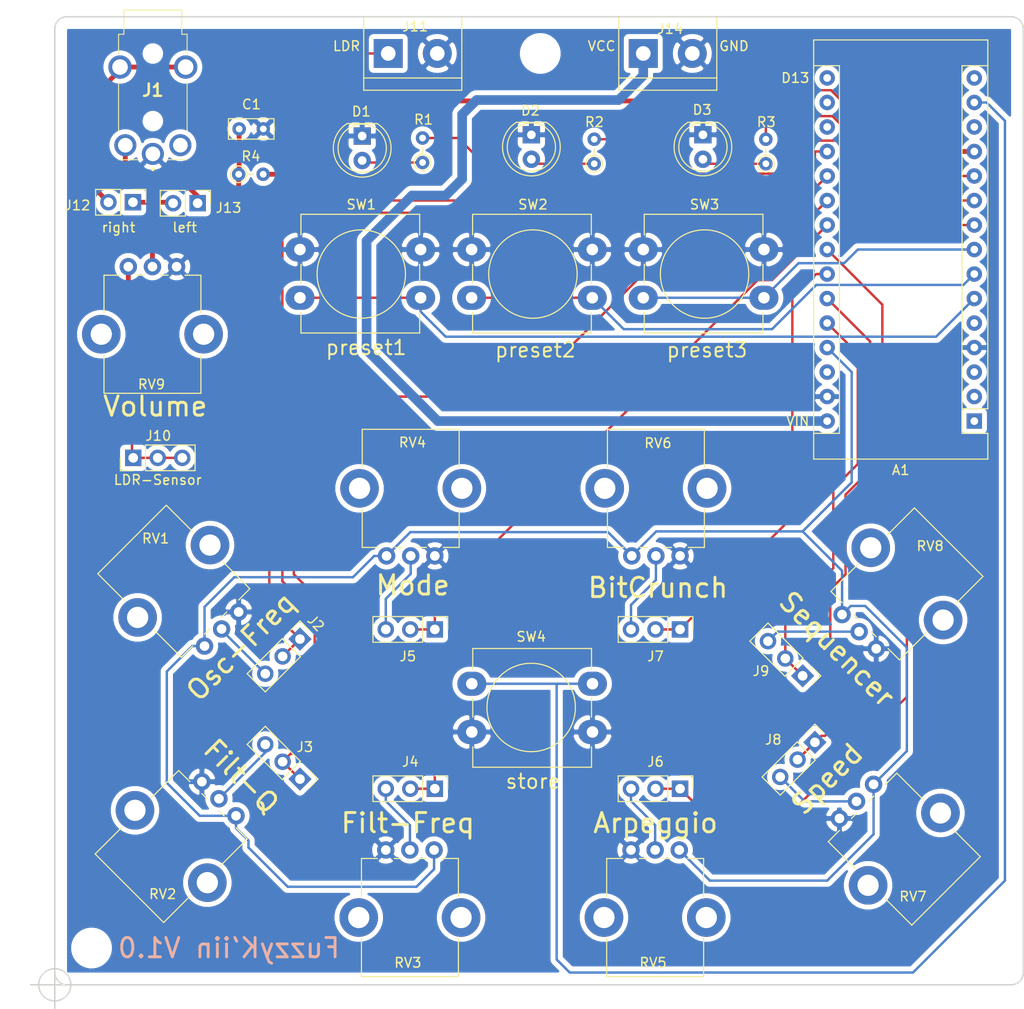
<source format=kicad_pcb>
(kicad_pcb (version 20171130) (host pcbnew "(5.1.6)-1")
  (title_block (title "ArduSynth - Kiin Synthesizer PCB"))
  (layers (0 F.Cu signal) (31 B.Cu signal) (34 B.Paste user) (35 F.Paste user) (36 B.SilkS user) (37 F.SilkS user) (38 B.Mask user) (39 F.Mask user) (44 Edge.Cuts user))
  (net 0 "")
  (net 1 "Net-(A1-Pad11)")
  (net 2 "Net-(D3-Pad2)")
  (net 3 "Net-(C1-Pad1)")
  (net 4 "Net-(A1-Pad12)")
  (net 5 "Net-(A1-Pad9)")
  (net 6 "Net-(D1-Pad2)")
  (net 7 "Net-(D2-Pad2)")
  (net 8 "Net-(A1-Pad10)")
  (net 9 GND)
  (net 10 "Net-(A1-Pad26)")
  (net 11 +5V)
  (net 12 "Net-(J1-PadR)")
  (net 13 "Net-(A1-Pad25)")
  (net 14 "Net-(A1-Pad24)")
  (net 15 "Net-(A1-Pad23)")
  (net 16 "Net-(A1-Pad22)")
  (net 17 "Net-(A1-Pad21)")
  (net 18 "Net-(A1-Pad19)")
  (net 19 "Net-(A1-Pad20)")
  (net 20 "Net-(A1-Pad16)")
  (net 21 "Net-(A1-Pad15)")
  (net 22 "Net-(A1-Pad30)")
  (net 23 "Net-(A1-Pad14)")
  (net 24 "Net-(A1-Pad13)")
  (net 25 "Net-(A1-Pad28)")
  (net 26 "Net-(A1-Pad8)")
  (net 27 "Net-(A1-Pad7)")
  (net 28 "Net-(A1-Pad6)")
  (net 29 "Net-(A1-Pad5)")
  (net 30 "Net-(A1-Pad3)")
  (net 31 "Net-(A1-Pad18)")
  (net 32 "Net-(A1-Pad2)")
  (net 33 "Net-(A1-Pad17)")
  (net 34 "Net-(A1-Pad1)")
  (net 35 "Net-(J1-PadS)")
  (net 36 "Net-(J2-Pad3)")
  (net 37 "Net-(J3-Pad3)")
  (net 38 "Net-(J4-Pad3)")
  (net 39 "Net-(J5-Pad3)")
  (net 40 "Net-(J6-Pad3)")
  (net 41 "Net-(J7-Pad3)")
  (net 42 "Net-(J8-Pad3)")
  (net 43 "Net-(J9-Pad3)")
  (net 44 "Net-(J10-Pad1)")
  (net 45 "Net-(J12-Pad1)")
  (net 46 "Net-(J1-PadT)")
  (module MountingHole:MountingHole_3.2mm_M3 (layer F.Cu) (at 62.992 77.47)
    (fp_text reference REF** hide)
    (fp_text value MountingHole_3.2mm_M3)
    (pad 1 np_thru_hole circle (at 0 0) (size 3.2 3.2) (drill 3.2) (layers *.Cu *.Mask))
  )
  (module MountingHole:MountingHole_3.2mm_M3 (layer F.Cu) (at 16.51 170.18)
    (fp_text reference REF** hide)
    (fp_text value MountingHole_3.2mm_M3)
    (pad 1 np_thru_hole circle (at 0 0) (size 3.2 3.2) (drill 3.2) (layers *.Cu *.Mask))
  )
  (module MountingHole:MountingHole_3.2mm_M3 (layer F.Cu) (at 109.22 170.18)
    (fp_text reference REF** hide)
    (fp_text value MountingHole_3.2mm_M3)
    (pad 1 np_thru_hole circle (at 0 0) (size 3.2 3.2) (drill 3.2) (layers *.Cu *.Mask))
  )
  (module Connector_PinHeader_2.54mm:PinHeader_1x02_P2.54mm_Vertical (layer F.Cu) (at 27.5 92.99 270)
    (fp_text reference J13 (at 0.482 -3.2) (layer F.SilkS))
    (fp_text value Conn_01x02_Male)
    (pad 2 thru_hole oval (at 0 2.54 270) (size 1.7 1.7) (drill 1) (layers *.Cu *.Mask) (net 45 "Net-(J12-Pad1)"))
    (pad 1 thru_hole rect (at 0 0 270) (size 1.7 1.7) (drill 1) (layers *.Cu *.Mask) (net 12 "Net-(J1-PadR)"))
  )
  (module Connector_PinHeader_2.54mm:PinHeader_1x02_P2.54mm_Vertical (layer F.Cu) (at 20.8 92.89 270)
    (fp_text reference J12 (at 0.328 5.75 180) (layer F.SilkS))
    (fp_text value Conn_01x02_Male)
    (pad 1 thru_hole rect (at 0 0 270) (size 1.7 1.7) (drill 1) (layers *.Cu *.Mask) (net 45 "Net-(J12-Pad1)"))
    (pad 2 thru_hole oval (at 0 2.54 270) (size 1.7 1.7) (drill 1) (layers *.Cu *.Mask) (net 46 "Net-(J1-PadT)"))
  )
  (module TerminalBlock:TerminalBlock_bornier-2_P5.08mm (layer F.Cu) (at 73.66 77.47)
    (fp_text reference J14 (at 2.794 -2.54) (layer F.SilkS))
    (fp_text value Screw_Terminal_01x02)
    (pad 2 thru_hole circle (at 5.08 0) (size 3 3) (drill 1.52) (layers *.Cu *.Mask) (net 9 GND))
    (pad 1 thru_hole rect (at 0 0) (size 3 3) (drill 1.52) (layers *.Cu *.Mask) (net 22 "Net-(A1-Pad30)"))
  )
  (module TerminalBlock:TerminalBlock_bornier-2_P5.08mm (layer F.Cu) (at 47.244 77.47)
    (fp_text reference J11 (at 2.794 -2.794) (layer F.SilkS))
    (fp_text value Screw_Terminal_01x02)
    (pad 2 thru_hole circle (at 5.08 0) (size 3 3) (drill 1.52) (layers *.Cu *.Mask) (net 9 GND))
    (pad 1 thru_hole rect (at 0 0) (size 3 3) (drill 1.52) (layers *.Cu *.Mask) (net 44 "Net-(J10-Pad1)"))
  )
  (module Connector_PinHeader_2.54mm:PinHeader_1x03_P2.54mm_Vertical (layer F.Cu) (at 20.828 119.38 90)
    (fp_text reference J10 (at 2.286 2.6 180) (layer F.SilkS))
    (fp_text value Conn_01x03_Male)
    (pad 3 thru_hole oval (at 0 5.08 90) (size 1.7 1.7) (drill 1) (layers *.Cu *.Mask) (net 44 "Net-(J10-Pad1)"))
    (pad 2 thru_hole oval (at 0 2.54 90) (size 1.7 1.7) (drill 1) (layers *.Cu *.Mask) (net 44 "Net-(J10-Pad1)"))
    (pad 1 thru_hole rect (at 0 0 90) (size 1.7 1.7) (drill 1) (layers *.Cu *.Mask) (net 44 "Net-(J10-Pad1)"))
  )
  (module test:Potentiometer_Alps_RK09K_Single_Vertical_modified (layer F.Cu) (at 31.75 135.35 135)
    (fp_text reference RV1 (at 11.462201 -0.700036 180) (layer F.SilkS))
    (fp_text value 100K)
    (pad "" np_thru_hole circle (at 7 2.8 135) (size 4 4) (drill 2.2) (layers *.Cu *.Mask))
    (pad "" np_thru_hole circle (at 7 -7.8 135) (size 4 4) (drill 2.2) (layers *.Cu *.Mask))
    (pad 1 thru_hole circle (at 0 0 135) (size 1.8 1.8) (drill 1) (layers *.Cu *.Mask) (net 9 GND))
    (pad 2 thru_hole circle (at 0 -2.5 135) (size 1.8 1.8) (drill 1) (layers *.Cu *.Mask) (net 36 "Net-(J2-Pad3)"))
    (pad 3 thru_hole circle (at 0 -5 135) (size 1.8 1.8) (drill 1) (layers *.Cu *.Mask) (net 11 +5V))
  )
  (module test:Potentiometer_Alps_RK09K_Single_Vertical_modified (layer F.Cu) (at 27.94 152.94 225)
    (fp_text reference RV2 (at 11.11289 -5.365526) (layer F.SilkS))
    (fp_text value 100K)
    (pad 3 thru_hole circle (at 0 -5 225) (size 1.8 1.8) (drill 1) (layers *.Cu *.Mask) (net 11 +5V))
    (pad 2 thru_hole circle (at 0 -2.5 225) (size 1.8 1.8) (drill 1) (layers *.Cu *.Mask) (net 37 "Net-(J3-Pad3)"))
    (pad 1 thru_hole circle (at 0 0 225) (size 1.8 1.8) (drill 1) (layers *.Cu *.Mask) (net 9 GND))
    (pad "" np_thru_hole circle (at 7 -7.8 225) (size 4 4) (drill 2.2) (layers *.Cu *.Mask))
    (pad "" np_thru_hole circle (at 7 2.8 225) (size 4 4) (drill 2.2) (layers *.Cu *.Mask))
  )
  (module test:Potentiometer_Alps_RK09K_Single_Vertical_modified (layer F.Cu) (at 46.99 160.02 270)
    (fp_text reference RV3 (at 11.684 -2.286) (layer F.SilkS))
    (fp_text value 100K)
    (pad "" np_thru_hole circle (at 7 2.8 270) (size 4 4) (drill 2.2) (layers *.Cu *.Mask))
    (pad "" np_thru_hole circle (at 7 -7.8 270) (size 4 4) (drill 2.2) (layers *.Cu *.Mask))
    (pad 1 thru_hole circle (at 0 0 270) (size 1.8 1.8) (drill 1) (layers *.Cu *.Mask) (net 9 GND))
    (pad 2 thru_hole circle (at 0 -2.5 270) (size 1.8 1.8) (drill 1) (layers *.Cu *.Mask) (net 38 "Net-(J4-Pad3)"))
    (pad 3 thru_hole circle (at 0 -5 270) (size 1.8 1.8) (drill 1) (layers *.Cu *.Mask) (net 11 +5V))
  )
  (module test:Potentiometer_Alps_RK09K_Single_Vertical_modified (layer F.Cu) (at 52.07 129.54 90)
    (fp_text reference RV4 (at 11.75 -2.32 180) (layer F.SilkS))
    (fp_text value 100K)
    (pad 3 thru_hole circle (at 0 -5 90) (size 1.8 1.8) (drill 1) (layers *.Cu *.Mask) (net 11 +5V))
    (pad 2 thru_hole circle (at 0 -2.5 90) (size 1.8 1.8) (drill 1) (layers *.Cu *.Mask) (net 39 "Net-(J5-Pad3)"))
    (pad 1 thru_hole circle (at 0 0 90) (size 1.8 1.8) (drill 1) (layers *.Cu *.Mask) (net 9 GND))
    (pad "" np_thru_hole circle (at 7 -7.8 90) (size 4 4) (drill 2.2) (layers *.Cu *.Mask))
    (pad "" np_thru_hole circle (at 7 2.8 90) (size 4 4) (drill 2.2) (layers *.Cu *.Mask))
  )
  (module test:Potentiometer_Alps_RK09K_Single_Vertical_modified (layer F.Cu) (at 72.39 160.02 270)
    (fp_text reference RV5 (at 11.684 -2.286) (layer F.SilkS))
    (fp_text value 100K)
    (pad "" np_thru_hole circle (at 7 2.8 270) (size 4 4) (drill 2.2) (layers *.Cu *.Mask))
    (pad "" np_thru_hole circle (at 7 -7.8 270) (size 4 4) (drill 2.2) (layers *.Cu *.Mask))
    (pad 1 thru_hole circle (at 0 0 270) (size 1.8 1.8) (drill 1) (layers *.Cu *.Mask) (net 9 GND))
    (pad 2 thru_hole circle (at 0 -2.5 270) (size 1.8 1.8) (drill 1) (layers *.Cu *.Mask) (net 40 "Net-(J6-Pad3)"))
    (pad 3 thru_hole circle (at 0 -5 270) (size 1.8 1.8) (drill 1) (layers *.Cu *.Mask) (net 11 +5V))
  )
  (module test:Potentiometer_Alps_RK09K_Single_Vertical_modified (layer F.Cu) (at 77.47 129.54 90)
    (fp_text reference RV6 (at 11.684 -2.286 180) (layer F.SilkS))
    (fp_text value 100K)
    (pad 3 thru_hole circle (at 0 -5 90) (size 1.8 1.8) (drill 1) (layers *.Cu *.Mask) (net 11 +5V))
    (pad 2 thru_hole circle (at 0 -2.5 90) (size 1.8 1.8) (drill 1) (layers *.Cu *.Mask) (net 41 "Net-(J7-Pad3)"))
    (pad 1 thru_hole circle (at 0 0 90) (size 1.8 1.8) (drill 1) (layers *.Cu *.Mask) (net 9 GND))
    (pad "" np_thru_hole circle (at 7 -7.8 90) (size 4 4) (drill 2.2) (layers *.Cu *.Mask))
    (pad "" np_thru_hole circle (at 7 2.8 90) (size 4 4) (drill 2.2) (layers *.Cu *.Mask))
  )
  (module test:Potentiometer_Alps_RK09K_Single_Vertical_modified (layer F.Cu) (at 93.98 156.75 315)
    (fp_text reference RV7 (at 11.11289 0.336583 180) (layer F.SilkS))
    (fp_text value 100K)
    (pad "" np_thru_hole circle (at 7 2.8 315) (size 4 4) (drill 2.2) (layers *.Cu *.Mask))
    (pad "" np_thru_hole circle (at 7 -7.8 315) (size 4 4) (drill 2.2) (layers *.Cu *.Mask))
    (pad 1 thru_hole circle (at 0 0 315) (size 1.8 1.8) (drill 1) (layers *.Cu *.Mask) (net 9 GND))
    (pad 2 thru_hole circle (at 0 -2.5 315) (size 1.8 1.8) (drill 1) (layers *.Cu *.Mask) (net 42 "Net-(J8-Pad3)"))
    (pad 3 thru_hole circle (at 0 -5 315) (size 1.8 1.8) (drill 1) (layers *.Cu *.Mask) (net 11 +5V))
  )
  (module test:Potentiometer_Alps_RK09K_Single_Vertical_modified (layer F.Cu) (at 97.79 139.16 45)
    (fp_text reference RV8 (at 11.4721 -3.569475 180) (layer F.SilkS))
    (fp_text value 100K)
    (pad 3 thru_hole circle (at 0 -5 45) (size 1.8 1.8) (drill 1) (layers *.Cu *.Mask) (net 11 +5V))
    (pad 2 thru_hole circle (at 0 -2.5 45) (size 1.8 1.8) (drill 1) (layers *.Cu *.Mask) (net 43 "Net-(J9-Pad3)"))
    (pad 1 thru_hole circle (at 0 0 45) (size 1.8 1.8) (drill 1) (layers *.Cu *.Mask) (net 9 GND))
    (pad "" np_thru_hole circle (at 7 -7.799999 45) (size 4 4) (drill 2.2) (layers *.Cu *.Mask))
    (pad "" np_thru_hole circle (at 6.999999 2.8 45) (size 4 4) (drill 2.2) (layers *.Cu *.Mask))
  )
  (module test:Potentiometer_Alps_RK09K_Single_Vertical_modified (layer F.Cu) (at 20.32 99.568 270)
    (fp_text reference RV9 (at 12.2 -2.4 180) (layer F.SilkS))
    (fp_text value 100K)
    (pad "" np_thru_hole circle (at 7 2.8 270) (size 4 4) (drill 2.2) (layers *.Cu *.Mask))
    (pad "" np_thru_hole circle (at 7 -7.8 270) (size 4 4) (drill 2.2) (layers *.Cu *.Mask))
    (pad 1 thru_hole circle (at 0 0 270) (size 1.8 1.8) (drill 1) (layers *.Cu *.Mask) (net 3 "Net-(C1-Pad1)"))
    (pad 2 thru_hole circle (at 0 -2.5 270) (size 1.8 1.8) (drill 1) (layers *.Cu *.Mask) (net 45 "Net-(J12-Pad1)"))
    (pad 3 thru_hole circle (at 0 -5 270) (size 1.8 1.8) (drill 1) (layers *.Cu *.Mask) (net 9 GND))
  )
  (module Connector_PinHeader_2.54mm:PinHeader_1x03_P2.54mm_Vertical (layer F.Cu) (at 90.17 141.97 225)
    (fp_text reference J9 (at 2.705391 3.401184 180) (layer F.SilkS))
    (fp_text value Conn_01x03_Male)
    (pad 3 thru_hole oval (at 0 5.079999 225) (size 1.7 1.7) (drill 1) (layers *.Cu *.Mask) (net 43 "Net-(J9-Pad3)"))
    (pad 2 thru_hole oval (at 0 2.54 225) (size 1.7 1.7) (drill 1) (layers *.Cu *.Mask) (net 10 "Net-(A1-Pad26)"))
    (pad 1 thru_hole rect (at 0 0 225) (size 1.7 1.7) (drill 1) (layers *.Cu *.Mask) (net 10 "Net-(A1-Pad26)"))
  )
  (module Connector_PinHeader_2.54mm:PinHeader_1x03_P2.54mm_Vertical (layer F.Cu) (at 91.44 148.86 315)
    (fp_text reference J8 (at -3.244206 2.862368 180) (layer F.SilkS))
    (fp_text value Conn_01x03_Male)
    (pad 3 thru_hole oval (at 0 5.079999 315) (size 1.7 1.7) (drill 1) (layers *.Cu *.Mask) (net 42 "Net-(J8-Pad3)"))
    (pad 2 thru_hole oval (at 0 2.54 315) (size 1.7 1.7) (drill 1) (layers *.Cu *.Mask) (net 13 "Net-(A1-Pad25)"))
    (pad 1 thru_hole rect (at 0 0 315) (size 1.7 1.7) (drill 1) (layers *.Cu *.Mask) (net 13 "Net-(A1-Pad25)"))
  )
  (module Connector_PinHeader_2.54mm:PinHeader_1x03_P2.54mm_Vertical (layer F.Cu) (at 77.47 137.16 270)
    (fp_text reference J7 (at 2.794 2.54 180) (layer F.SilkS))
    (fp_text value Conn_01x03_Male)
    (pad 3 thru_hole oval (at 0 5.08 270) (size 1.7 1.7) (drill 1) (layers *.Cu *.Mask) (net 41 "Net-(J7-Pad3)"))
    (pad 2 thru_hole oval (at 0 2.54 270) (size 1.7 1.7) (drill 1) (layers *.Cu *.Mask) (net 14 "Net-(A1-Pad24)"))
    (pad 1 thru_hole rect (at 0 0 270) (size 1.7 1.7) (drill 1) (layers *.Cu *.Mask) (net 14 "Net-(A1-Pad24)"))
  )
  (module Connector_PinHeader_2.54mm:PinHeader_1x03_P2.54mm_Vertical (layer F.Cu) (at 77.47 153.67 270)
    (fp_text reference J6 (at -2.794 2.54 180) (layer F.SilkS))
    (fp_text value Conn_01x03_Male)
    (pad 3 thru_hole oval (at 0 5.08 270) (size 1.7 1.7) (drill 1) (layers *.Cu *.Mask) (net 40 "Net-(J6-Pad3)"))
    (pad 2 thru_hole oval (at 0 2.54 270) (size 1.7 1.7) (drill 1) (layers *.Cu *.Mask) (net 15 "Net-(A1-Pad23)"))
    (pad 1 thru_hole rect (at 0 0 270) (size 1.7 1.7) (drill 1) (layers *.Cu *.Mask) (net 15 "Net-(A1-Pad23)"))
  )
  (module Connector_PinHeader_2.54mm:PinHeader_1x03_P2.54mm_Vertical (layer F.Cu) (at 52.07 137.16 270)
    (fp_text reference J5 (at 2.794 2.794 180) (layer F.SilkS))
    (fp_text value Conn_01x03_Male)
    (pad 3 thru_hole oval (at 0 5.08 270) (size 1.7 1.7) (drill 1) (layers *.Cu *.Mask) (net 39 "Net-(J5-Pad3)"))
    (pad 2 thru_hole oval (at 0 2.54 270) (size 1.7 1.7) (drill 1) (layers *.Cu *.Mask) (net 16 "Net-(A1-Pad22)"))
    (pad 1 thru_hole rect (at 0 0 270) (size 1.7 1.7) (drill 1) (layers *.Cu *.Mask) (net 16 "Net-(A1-Pad22)"))
  )
  (module Connector_PinHeader_2.54mm:PinHeader_1x03_P2.54mm_Vertical (layer F.Cu) (at 52.07 153.67 270)
    (fp_text reference J4 (at -2.794 2.54 180) (layer F.SilkS))
    (fp_text value Conn_01x03_Male)
    (pad 3 thru_hole oval (at 0 5.08 270) (size 1.7 1.7) (drill 1) (layers *.Cu *.Mask) (net 38 "Net-(J4-Pad3)"))
    (pad 2 thru_hole oval (at 0 2.54 270) (size 1.7 1.7) (drill 1) (layers *.Cu *.Mask) (net 17 "Net-(A1-Pad21)"))
    (pad 1 thru_hole rect (at 0 0 270) (size 1.7 1.7) (drill 1) (layers *.Cu *.Mask) (net 17 "Net-(A1-Pad21)"))
  )
  (module Connector_PinHeader_2.54mm:PinHeader_1x03_P2.54mm_Vertical (layer F.Cu) (at 38.1 152.67 225)
    (fp_text reference J3 (at -2.705391 1.98697 180) (layer F.SilkS))
    (fp_text value Conn_01x03_Male)
    (pad 3 thru_hole oval (at 0 5.079999 225) (size 1.7 1.7) (drill 1) (layers *.Cu *.Mask) (net 37 "Net-(J3-Pad3)"))
    (pad 2 thru_hole oval (at 0 2.54 225) (size 1.7 1.7) (drill 1) (layers *.Cu *.Mask) (net 19 "Net-(A1-Pad20)"))
    (pad 1 thru_hole rect (at 0 0 225) (size 1.7 1.7) (drill 1) (layers *.Cu *.Mask) (net 19 "Net-(A1-Pad20)"))
  )
  (module Connector_PinHeader_2.54mm:PinHeader_1x03_P2.54mm_Vertical (layer F.Cu) (at 38.1 138.16 315)
    (fp_text reference J2 (at 0 -2.33 135) (layer F.SilkS))
    (fp_text value Conn_01x03_Male)
    (pad 3 thru_hole oval (at 0 5.079999 315) (size 1.7 1.7) (drill 1) (layers *.Cu *.Mask) (net 36 "Net-(J2-Pad3)"))
    (pad 2 thru_hole oval (at 0 2.54 315) (size 1.7 1.7) (drill 1) (layers *.Cu *.Mask) (net 18 "Net-(A1-Pad19)"))
    (pad 1 thru_hole rect (at 0 0 315) (size 1.7 1.7) (drill 1) (layers *.Cu *.Mask) (net 18 "Net-(A1-Pad19)"))
  )
  (module Modules:Arduino_Nano (layer F.Cu) (at 107.95 115.57 180)
    (fp_text reference A1 (at 7.62 -5.08 180) (layer F.SilkS))
    (fp_text value Arduino_Nano_v3.x)
    (pad 16 thru_hole oval (at 15.24 35.56 180) (size 1.6 1.6) (drill 0.8) (layers *.Cu *.Mask) (net 20 "Net-(A1-Pad16)"))
    (pad 15 thru_hole oval (at 0 35.56 180) (size 1.6 1.6) (drill 0.8) (layers *.Cu *.Mask) (net 21 "Net-(A1-Pad15)"))
    (pad 30 thru_hole oval (at 15.24 0 180) (size 1.6 1.6) (drill 0.8) (layers *.Cu *.Mask) (net 22 "Net-(A1-Pad30)"))
    (pad 14 thru_hole oval (at 0 33.02 180) (size 1.6 1.6) (drill 0.8) (layers *.Cu *.Mask) (net 23 "Net-(A1-Pad14)"))
    (pad 29 thru_hole oval (at 15.24 2.54 180) (size 1.6 1.6) (drill 0.8) (layers *.Cu *.Mask) (net 9 GND))
    (pad 13 thru_hole oval (at 0 30.48 180) (size 1.6 1.6) (drill 0.8) (layers *.Cu *.Mask) (net 24 "Net-(A1-Pad13)"))
    (pad 28 thru_hole oval (at 15.24 5.08 180) (size 1.6 1.6) (drill 0.8) (layers *.Cu *.Mask) (net 25 "Net-(A1-Pad28)"))
    (pad 12 thru_hole oval (at 0 27.94 180) (size 1.6 1.6) (drill 0.8) (layers *.Cu *.Mask) (net 4 "Net-(A1-Pad12)"))
    (pad 27 thru_hole oval (at 15.24 7.62 180) (size 1.6 1.6) (drill 0.8) (layers *.Cu *.Mask) (net 11 +5V))
    (pad 11 thru_hole oval (at 0 25.4 180) (size 1.6 1.6) (drill 0.8) (layers *.Cu *.Mask) (net 1 "Net-(A1-Pad11)"))
    (pad 26 thru_hole oval (at 15.24 10.16 180) (size 1.6 1.6) (drill 0.8) (layers *.Cu *.Mask) (net 10 "Net-(A1-Pad26)"))
    (pad 10 thru_hole oval (at 0 22.86 180) (size 1.6 1.6) (drill 0.8) (layers *.Cu *.Mask) (net 8 "Net-(A1-Pad10)"))
    (pad 25 thru_hole oval (at 15.24 12.7 180) (size 1.6 1.6) (drill 0.8) (layers *.Cu *.Mask) (net 13 "Net-(A1-Pad25)"))
    (pad 9 thru_hole oval (at 0 20.32 180) (size 1.6 1.6) (drill 0.8) (layers *.Cu *.Mask) (net 5 "Net-(A1-Pad9)"))
    (pad 24 thru_hole oval (at 15.24 15.24 180) (size 1.6 1.6) (drill 0.8) (layers *.Cu *.Mask) (net 14 "Net-(A1-Pad24)"))
    (pad 8 thru_hole oval (at 0 17.78 180) (size 1.6 1.6) (drill 0.8) (layers *.Cu *.Mask) (net 26 "Net-(A1-Pad8)"))
    (pad 23 thru_hole oval (at 15.24 17.78 180) (size 1.6 1.6) (drill 0.8) (layers *.Cu *.Mask) (net 15 "Net-(A1-Pad23)"))
    (pad 7 thru_hole oval (at 0 15.24 180) (size 1.6 1.6) (drill 0.8) (layers *.Cu *.Mask) (net 27 "Net-(A1-Pad7)"))
    (pad 22 thru_hole oval (at 15.24 20.32 180) (size 1.6 1.6) (drill 0.8) (layers *.Cu *.Mask) (net 16 "Net-(A1-Pad22)"))
    (pad 6 thru_hole oval (at 0 12.7 180) (size 1.6 1.6) (drill 0.8) (layers *.Cu *.Mask) (net 28 "Net-(A1-Pad6)"))
    (pad 21 thru_hole oval (at 15.24 22.86 180) (size 1.6 1.6) (drill 0.8) (layers *.Cu *.Mask) (net 17 "Net-(A1-Pad21)"))
    (pad 5 thru_hole oval (at 0 10.16 180) (size 1.6 1.6) (drill 0.8) (layers *.Cu *.Mask) (net 29 "Net-(A1-Pad5)"))
    (pad 20 thru_hole oval (at 15.24 25.4 180) (size 1.6 1.6) (drill 0.8) (layers *.Cu *.Mask) (net 19 "Net-(A1-Pad20)"))
    (pad 4 thru_hole oval (at 0 7.62 180) (size 1.6 1.6) (drill 0.8) (layers *.Cu *.Mask) (net 9 GND))
    (pad 19 thru_hole oval (at 15.24 27.94 180) (size 1.6 1.6) (drill 0.8) (layers *.Cu *.Mask) (net 18 "Net-(A1-Pad19)"))
    (pad 3 thru_hole oval (at 0 5.08 180) (size 1.6 1.6) (drill 0.8) (layers *.Cu *.Mask) (net 30 "Net-(A1-Pad3)"))
    (pad 18 thru_hole oval (at 15.24 30.48 180) (size 1.6 1.6) (drill 0.8) (layers *.Cu *.Mask) (net 31 "Net-(A1-Pad18)"))
    (pad 2 thru_hole oval (at 0 2.54 180) (size 1.6 1.6) (drill 0.8) (layers *.Cu *.Mask) (net 32 "Net-(A1-Pad2)"))
    (pad 17 thru_hole oval (at 15.24 33.02 180) (size 1.6 1.6) (drill 0.8) (layers *.Cu *.Mask) (net 33 "Net-(A1-Pad17)"))
    (pad 1 thru_hole rect (at 0 0 180) (size 1.6 1.6) (drill 0.8) (layers *.Cu *.Mask) (net 34 "Net-(A1-Pad1)"))
  )
  (module test:FC68125 (layer F.Cu) (at 22.86 81.28)
    (fp_text reference J1 (at 0 0) (layer F.SilkS) (effects (font (size 1.27 1.27) (thickness 0.254))))
    (fp_text value AudioJack3_Ground hide)
    (pad G thru_hole circle (at 0 6.6) (size 2.285 2.285) (drill 1.5232) (layers *.Cu *.Mask) (net 9 GND))
    (pad R thru_hole circle (at -2.85 5.7) (size 2.285 2.285) (drill 1.5232) (layers *.Cu *.Mask) (net 12 "Net-(J1-PadR)"))
    (pad T thru_hole circle (at -3.4 -2.4) (size 2.419 2.419) (drill 1.6125) (layers *.Cu *.Mask) (net 46 "Net-(J1-PadT)"))
    (pad T thru_hole circle (at 3.4 -2.4) (size 2.419 2.419) (drill 1.6125) (layers *.Cu *.Mask) (net 46 "Net-(J1-PadT)"))
    (pad S thru_hole circle (at 2.85 5.7) (size 2.285 2.285) (drill 1.5232) (layers *.Cu *.Mask) (net 35 "Net-(J1-PadS)"))
    (pad MH1 np_thru_hole circle (at 0 -3.8) (size 1.1 0) (drill 1.1) (layers *.Cu *.Mask))
    (pad MH2 np_thru_hole circle (at 0 3.2) (size 1.1 0) (drill 1.1) (layers *.Cu *.Mask))
  )
  (module Buttons_Switches_THT:SW_PUSH-12mm_Wuerth-430476085716 (layer F.Cu) (at 68.4 147.79 180)
    (fp_text reference SW4 (at 6.35 9.868) (layer F.SilkS))
    (fp_text value SW_Push)
    (pad 1 thru_hole oval (at 12.5 0 180) (size 3 2.5) (drill 1.2) (layers *.Cu *.Mask) (net 9 GND))
    (pad 2 thru_hole oval (at 12.5 5 180) (size 3 2.5) (drill 1.2) (layers *.Cu *.Mask) (net 23 "Net-(A1-Pad14)"))
    (pad 1 thru_hole oval (at 0 0 180) (size 3 2.5) (drill 1.2) (layers *.Cu *.Mask) (net 9 GND))
    (pad 2 thru_hole oval (at 0 5 180) (size 3 2.5) (drill 1.2) (layers *.Cu *.Mask) (net 23 "Net-(A1-Pad14)"))
  )
  (module Buttons_Switches_THT:SW_PUSH-12mm_Wuerth-430476085716 (layer F.Cu) (at 73.66 97.79)
    (fp_text reference SW3 (at 6.35 -4.66) (layer F.SilkS))
    (fp_text value SW_Push)
    (pad 2 thru_hole oval (at 0 5) (size 3 2.5) (drill 1.2) (layers *.Cu *.Mask) (net 26 "Net-(A1-Pad8)"))
    (pad 1 thru_hole oval (at 0 0) (size 3 2.5) (drill 1.2) (layers *.Cu *.Mask) (net 9 GND))
    (pad 2 thru_hole oval (at 12.5 5) (size 3 2.5) (drill 1.2) (layers *.Cu *.Mask) (net 26 "Net-(A1-Pad8)"))
    (pad 1 thru_hole oval (at 12.5 0) (size 3 2.5) (drill 1.2) (layers *.Cu *.Mask) (net 9 GND))
  )
  (module Buttons_Switches_THT:SW_PUSH-12mm_Wuerth-430476085716 (layer F.Cu) (at 55.88 97.79)
    (fp_text reference SW2 (at 6.35 -4.66) (layer F.SilkS))
    (fp_text value SW_Push)
    (pad 2 thru_hole oval (at 0 5) (size 3 2.5) (drill 1.2) (layers *.Cu *.Mask) (net 27 "Net-(A1-Pad7)"))
    (pad 1 thru_hole oval (at 0 0) (size 3 2.5) (drill 1.2) (layers *.Cu *.Mask) (net 9 GND))
    (pad 2 thru_hole oval (at 12.5 5) (size 3 2.5) (drill 1.2) (layers *.Cu *.Mask) (net 27 "Net-(A1-Pad7)"))
    (pad 1 thru_hole oval (at 12.5 0) (size 3 2.5) (drill 1.2) (layers *.Cu *.Mask) (net 9 GND))
  )
  (module Buttons_Switches_THT:SW_PUSH-12mm_Wuerth-430476085716 (layer F.Cu) (at 38.1 97.79)
    (fp_text reference SW1 (at 6.35 -4.66) (layer F.SilkS))
    (fp_text value SW_Push)
    (pad 2 thru_hole oval (at 0 5) (size 3 2.5) (drill 1.2) (layers *.Cu *.Mask) (net 28 "Net-(A1-Pad6)"))
    (pad 1 thru_hole oval (at 0 0) (size 3 2.5) (drill 1.2) (layers *.Cu *.Mask) (net 9 GND))
    (pad 2 thru_hole oval (at 12.5 5) (size 3 2.5) (drill 1.2) (layers *.Cu *.Mask) (net 28 "Net-(A1-Pad6)"))
    (pad 1 thru_hole oval (at 12.5 0) (size 3 2.5) (drill 1.2) (layers *.Cu *.Mask) (net 9 GND))
  )
  (module Capacitors_THT:C_Rect_L4.6mm_W2.0mm_P2.50mm_MKS02_FKP02 (layer F.Cu) (at 31.8 85.29)
    (fp_text reference C1 (at 1.27 -2.54) (layer F.SilkS))
    (fp_text value 4.7n)
    (pad 2 thru_hole circle (at 2.5 0) (size 1.4 1.4) (drill 0.7) (layers *.Cu *.Mask) (net 9 GND))
    (pad 1 thru_hole circle (at 0 0) (size 1.4 1.4) (drill 0.7) (layers *.Cu *.Mask) (net 3 "Net-(C1-Pad1)"))
  )
  (module LEDs:LED_D5.0mm (layer F.Cu) (at 44.544303 86.025436 270)
    (fp_text reference D1 (at -2.535436 0.094303 180) (layer F.SilkS))
    (fp_text value LED)
    (pad 2 thru_hole circle (at 2.54 0 270) (size 1.8 1.8) (drill 0.9) (layers *.Cu *.Mask) (net 6 "Net-(D1-Pad2)"))
    (pad 1 thru_hole rect (at 0 0 270) (size 1.8 1.8) (drill 0.9) (layers *.Cu *.Mask) (net 9 GND))
  )
  (module LEDs:LED_D5.0mm (layer F.Cu) (at 62.070303 85.898436 270)
    (fp_text reference D2 (at -2.508436 0.094303 180) (layer F.SilkS))
    (fp_text value LED)
    (pad 1 thru_hole rect (at 0 0 270) (size 1.8 1.8) (drill 0.9) (layers *.Cu *.Mask) (net 9 GND))
    (pad 2 thru_hole circle (at 2.54 0 270) (size 1.8 1.8) (drill 0.9) (layers *.Cu *.Mask) (net 7 "Net-(D2-Pad2)"))
  )
  (module LEDs:LED_D5.0mm (layer F.Cu) (at 79.839932 85.896084 270)
    (fp_text reference D3 (at -2.584084 0.083932 180) (layer F.SilkS))
    (fp_text value LED)
    (pad 2 thru_hole circle (at 2.54 0 270) (size 1.8 1.8) (drill 0.9) (layers *.Cu *.Mask) (net 2 "Net-(D3-Pad2)"))
    (pad 1 thru_hole rect (at 0 0 270) (size 1.8 1.8) (drill 0.9) (layers *.Cu *.Mask) (net 9 GND))
  )
  (module Resistors_THT:R_Axial_DIN0204_L3.6mm_D1.6mm_P2.54mm_Vertical (layer F.Cu) (at 68.58 88.9 90)
    (fp_text reference R2 (at 4.318 0.02) (layer F.SilkS))
    (fp_text value 470)
    (pad 1 thru_hole circle (at 0 0 90) (size 1.4 1.4) (drill 0.7) (layers *.Cu *.Mask) (net 7 "Net-(D2-Pad2)"))
    (pad 2 thru_hole oval (at 2.54 0 90) (size 1.4 1.4) (drill 0.7) (layers *.Cu *.Mask) (net 8 "Net-(A1-Pad10)"))
  )
  (module Resistors_THT:R_Axial_DIN0204_L3.6mm_D1.6mm_P2.54mm_Vertical (layer F.Cu) (at 50.8 88.773 90)
    (fp_text reference R1 (at 4.445 0.1) (layer F.SilkS))
    (fp_text value 470)
    (pad 2 thru_hole oval (at 2.54 0 90) (size 1.4 1.4) (drill 0.7) (layers *.Cu *.Mask) (net 5 "Net-(A1-Pad9)"))
    (pad 1 thru_hole circle (at 0 0 90) (size 1.4 1.4) (drill 0.7) (layers *.Cu *.Mask) (net 6 "Net-(D1-Pad2)"))
  )
  (module Resistors_THT:R_Axial_DIN0204_L3.6mm_D1.6mm_P2.54mm_Vertical (layer F.Cu) (at 31.75 89.99)
    (fp_text reference R4 (at 1.27 -1.86 180) (layer F.SilkS))
    (fp_text value 3.9K)
    (pad 1 thru_hole circle (at 0 0) (size 1.4 1.4) (drill 0.7) (layers *.Cu *.Mask) (net 3 "Net-(C1-Pad1)"))
    (pad 2 thru_hole oval (at 2.54 0) (size 1.4 1.4) (drill 0.7) (layers *.Cu *.Mask) (net 4 "Net-(A1-Pad12)"))
  )
  (module Resistors_THT:R_Axial_DIN0204_L3.6mm_D1.6mm_P2.54mm_Vertical (layer F.Cu) (at 86.36 88.9 90)
    (fp_text reference R3 (at 4.318 0.04) (layer F.SilkS))
    (fp_text value 470)
    (pad 2 thru_hole oval (at 2.54 0 90) (size 1.4 1.4) (drill 0.7) (layers *.Cu *.Mask) (net 1 "Net-(A1-Pad11)"))
    (pad 1 thru_hole circle (at 0 0 90) (size 1.4 1.4) (drill 0.7) (layers *.Cu *.Mask) (net 2 "Net-(D3-Pad2)"))
  )
  (gr_text "FuzzyK'iin V1.0" (at 30.734 170.18) (layer B.SilkS) (effects (font (size 2 2) (thickness 0.3)) (justify mirror)))
  (gr_text left (at 26.162 95.504) (layer F.SilkS) (effects (font (size 1 1))))
  (gr_text right (at 19.304 95.504) (layer F.SilkS) (effects (font (size 1 1))))
  (gr_text Volume (at 23.114 114.046) (layer F.SilkS) (effects (font (size 2 2) (thickness 0.3))))
  (gr_text preset3 (at 80.264 108.204) (layer F.SilkS) (effects (font (size 1.5 1.5) (thickness 0.2))))
  (gr_text preset2 (at 62.484 108.204) (layer F.SilkS) (effects (font (size 1.5 1.5) (thickness 0.2))))
  (gr_text preset1 (at 44.958 107.95) (layer F.SilkS) (effects (font (size 1.5 1.5) (thickness 0.2))))
  (gr_text store (at 62.23 152.908) (layer F.SilkS) (effects (font (size 1.5 1.5) (thickness 0.2))))
  (gr_text Sequencer (at 93.726 139.192 315) (layer F.SilkS) (effects (font (size 2 2) (thickness 0.3))))
  (gr_text Speed (at 92.71 152.654 45) (layer F.SilkS) (effects (font (size 2 2) (thickness 0.3))))
  (gr_text Arpeggio (at 74.93 157.226) (layer F.SilkS) (effects (font (size 2 2) (thickness 0.3))))
  (gr_text Filt-Freq (at 49.276 157.226) (layer F.SilkS) (effects (font (size 2 2) (thickness 0.3))))
  (gr_text Filt-Q (at 32.004 152.4 315) (layer F.SilkS) (effects (font (size 2 2) (thickness 0.3))))
  (gr_text BitCrunch (at 75.184 132.842) (layer F.SilkS) (effects (font (size 2 2) (thickness 0.3))))
  (gr_text Mode (at 49.784 132.588) (layer F.SilkS) (effects (font (size 2 2) (thickness 0.3))))
  (gr_text Osc-Freq (at 32.004 138.938 45) (layer F.SilkS) (effects (font (size 2 2) (thickness 0.3))))
  (gr_text LDR-Sensor (at 23.368 121.666) (layer F.SilkS) (effects (font (size 1 1))))
  (gr_text LDR (at 42.926 76.708) (layer F.SilkS) (effects (font (size 1 1))))
  (gr_text GND (at 83.058 76.708) (layer F.SilkS) (effects (font (size 1 1))))
  (gr_text VCC (at 69.342 76.708) (layer F.SilkS) (effects (font (size 1 1))))
  (gr_arc (start 13.97 172.72) (end 12.7 172.72) (angle -90) (layer Edge.Cuts) (width 0.15))
  (gr_arc (start 111.76 172.72) (end 111.76 173.99) (angle -90) (layer Edge.Cuts) (width 0.15))
  (gr_arc (start 111.76 74.93) (end 113.03 74.93) (angle -90) (layer Edge.Cuts) (width 0.15))
  (gr_arc (start 13.97 74.93) (end 13.97 73.66) (angle -90) (layer Edge.Cuts) (width 0.15))
  (gr_text D13 (at 89.408 80.01) (layer F.SilkS) (effects (font (size 1 1))))
  (gr_text VIN (at 89.662 115.57) (layer F.SilkS) (effects (font (size 1 1))))
  (target plus (at 12.7 173.99) (size 5) (width 0.15) (layer Edge.Cuts))
  (gr_line (start 12.7 172.72) (end 12.7 74.93) (layer Edge.Cuts) (width 0.15))
  (gr_line (start 111.76 173.99) (end 13.97 173.99) (layer Edge.Cuts) (width 0.15))
  (gr_line (start 113.03 74.93) (end 113.03 172.72) (layer Edge.Cuts) (width 0.15))
  (gr_line (start 13.97 73.66) (end 111.76 73.66) (layer Edge.Cuts) (width 0.15))
  (segment (start 101.995002 90.17) (end 93.105002 81.28) (width 0.25) (layer F.Cu) (net 1))
  (segment (start 107.95 90.17) (end 101.995002 90.17) (width 0.25) (layer F.Cu) (net 1))
  (segment (start 93.105002 81.28) (end 87.63 81.28) (width 0.25) (layer F.Cu) (net 1))
  (segment (start 86.36 82.55) (end 86.36 86.36) (width 0.25) (layer F.Cu) (net 1))
  (segment (start 87.63 81.28) (end 86.36 82.55) (width 0.25) (layer F.Cu) (net 1))
  (segment (start 80.303848 88.9) (end 79.839932 88.436084) (width 0.25) (layer F.Cu) (net 2))
  (segment (start 86.36 88.9) (end 80.303848 88.9) (width 0.25) (layer F.Cu) (net 2))
  (segment (start 31.8 89.94) (end 31.75 89.99) (width 0.5) (layer F.Cu) (net 3))
  (segment (start 31.8 85.29) (end 31.8 89.94) (width 0.5) (layer F.Cu) (net 3))
  (segment (start 20.32 101.346) (end 20.32 99.568) (width 0.5) (layer F.Cu) (net 3))
  (segment (start 27.686 101.854) (end 20.828 101.854) (width 0.5) (layer F.Cu) (net 3))
  (segment (start 20.828 101.854) (end 20.32 101.346) (width 0.5) (layer F.Cu) (net 3))
  (segment (start 31.75 89.99) (end 31.75 97.79) (width 0.5) (layer F.Cu) (net 3))
  (segment (start 31.75 97.79) (end 27.686 101.854) (width 0.5) (layer F.Cu) (net 3))
  (segment (start 107.95 87.63) (end 103.64 87.63) (width 0.5) (layer F.Cu) (net 4))
  (segment (start 103.64 87.63) (end 93.8 77.79) (width 0.5) (layer F.Cu) (net 4))
  (segment (start 93.8 77.79) (end 85.6 77.79) (width 0.5) (layer F.Cu) (net 4))
  (segment (start 85.6 77.79) (end 81 82.39) (width 0.5) (layer F.Cu) (net 4))
  (segment (start 81 82.39) (end 39.7 82.39) (width 0.5) (layer F.Cu) (net 4))
  (segment (start 39.7 82.39) (end 37.1 84.99) (width 0.5) (layer F.Cu) (net 4))
  (segment (start 37.1 84.99) (end 37.1 89.09) (width 0.5) (layer F.Cu) (net 4))
  (segment (start 36.2 89.99) (end 34.29 89.99) (width 0.5) (layer F.Cu) (net 4))
  (segment (start 37.1 89.09) (end 36.2 89.99) (width 0.5) (layer F.Cu) (net 4))
  (segment (start 107.95 95.25) (end 102.87 95.25) (width 0.25) (layer F.Cu) (net 5))
  (segment (start 94.124999 86.504999) (end 90.660001 86.504999) (width 0.25) (layer F.Cu) (net 5))
  (segment (start 102.87 95.25) (end 94.124999 86.504999) (width 0.25) (layer F.Cu) (net 5))
  (segment (start 90.660001 86.504999) (end 90.17 86.995) (width 0.25) (layer F.Cu) (net 5))
  (segment (start 90.17 86.995) (end 90.17 90.17) (width 0.25) (layer F.Cu) (net 5))
  (segment (start 90.17 90.17) (end 88.9 91.44) (width 0.25) (layer F.Cu) (net 5))
  (segment (start 88.9 91.44) (end 59.69 91.44) (width 0.25) (layer F.Cu) (net 5))
  (segment (start 54.483 86.233) (end 50.8 86.233) (width 0.25) (layer F.Cu) (net 5))
  (segment (start 59.69 91.44) (end 54.483 86.233) (width 0.25) (layer F.Cu) (net 5))
  (segment (start 44.751867 88.773) (end 44.544303 88.565436) (width 0.25) (layer F.Cu) (net 6))
  (segment (start 50.8 88.773) (end 44.751867 88.773) (width 0.25) (layer F.Cu) (net 6))
  (segment (start 62.531867 88.9) (end 62.070303 88.438436) (width 0.25) (layer F.Cu) (net 7))
  (segment (start 68.58 88.9) (end 62.531867 88.9) (width 0.25) (layer F.Cu) (net 7))
  (segment (start 93.250001 83.964999) (end 90.660001 83.964999) (width 0.25) (layer F.Cu) (net 8))
  (segment (start 107.95 92.71) (end 101.995002 92.71) (width 0.25) (layer F.Cu) (net 8))
  (segment (start 101.995002 92.71) (end 93.250001 83.964999) (width 0.25) (layer F.Cu) (net 8))
  (segment (start 90.660001 83.964999) (end 88.9 85.725) (width 0.25) (layer F.Cu) (net 8))
  (segment (start 88.9 85.725) (end 88.9 89.535) (width 0.25) (layer F.Cu) (net 8))
  (segment (start 88.509999 89.925001) (end 78.495001 89.925001) (width 0.25) (layer F.Cu) (net 8))
  (segment (start 88.9 89.535) (end 88.509999 89.925001) (width 0.25) (layer F.Cu) (net 8))
  (segment (start 74.93 86.36) (end 68.58 86.36) (width 0.25) (layer F.Cu) (net 8))
  (segment (start 78.495001 89.925001) (end 74.93 86.36) (width 0.25) (layer F.Cu) (net 8))
  (segment (start 95.885 108.585) (end 92.71 105.41) (width 0.25) (layer F.Cu) (net 10))
  (segment (start 95.885 120.015) (end 95.885 108.585) (width 0.25) (layer F.Cu) (net 10))
  (segment (start 93.345 122.555) (end 95.885 120.015) (width 0.25) (layer F.Cu) (net 10))
  (segment (start 93.345 130.81) (end 93.345 122.555) (width 0.25) (layer F.Cu) (net 10))
  (segment (start 88.373949 140.173949) (end 88.373949 135.781051) (width 0.25) (layer F.Cu) (net 10))
  (segment (start 88.373949 135.781051) (end 93.345 130.81) (width 0.25) (layer F.Cu) (net 10))
  (segment (start 89.223948 141.023948) (end 90.17 141.97) (width 0.25) (layer F.Cu) (net 10))
  (segment (start 88.373949 140.173949) (end 89.223948 141.023948) (width 0.25) (layer F.Cu) (net 10))
  (segment (start 36.83 163.83) (end 50.165 163.83) (width 0.25) (layer B.Cu) (net 11))
  (segment (start 51.99 162.005) (end 51.99 160.02) (width 0.25) (layer B.Cu) (net 11))
  (segment (start 50.165 163.83) (end 51.99 162.005) (width 0.25) (layer B.Cu) (net 11))
  (segment (start 47.07 129.54) (end 49.53 127.08) (width 0.25) (layer B.Cu) (net 11))
  (segment (start 70.01 127.08) (end 72.47 129.54) (width 0.25) (layer B.Cu) (net 11))
  (segment (start 49.53 127.08) (end 70.01 127.08) (width 0.25) (layer B.Cu) (net 11))
  (segment (start 72.47 129.54) (end 75.01 127) (width 0.25) (layer B.Cu) (net 11))
  (segment (start 75.01 127) (end 90.17 127) (width 0.25) (layer B.Cu) (net 11))
  (segment (start 97.515534 158.389466) (end 92.71 163.195) (width 0.25) (layer B.Cu) (net 11))
  (segment (start 80.565 163.195) (end 77.39 160.02) (width 0.25) (layer B.Cu) (net 11))
  (segment (start 92.71 163.195) (end 80.565 163.195) (width 0.25) (layer B.Cu) (net 11))
  (segment (start 92.71 107.95) (end 95.25 110.49) (width 0.25) (layer B.Cu) (net 11))
  (segment (start 95.25 110.49) (end 95.25 121.92) (width 0.25) (layer B.Cu) (net 11))
  (segment (start 95.25 121.92) (end 90.17 127) (width 0.25) (layer B.Cu) (net 11))
  (segment (start 45.797208 129.54) (end 43.587408 131.7498) (width 0.25) (layer B.Cu) (net 11))
  (segment (start 47.07 129.54) (end 45.797208 129.54) (width 0.25) (layer B.Cu) (net 11))
  (segment (start 43.587408 131.7498) (end 31.2928 131.7498) (width 0.25) (layer B.Cu) (net 11))
  (segment (start 28.214466 134.828134) (end 28.214466 138.885534) (width 0.25) (layer B.Cu) (net 11))
  (segment (start 31.2928 131.7498) (end 28.214466 134.828134) (width 0.25) (layer B.Cu) (net 11))
  (segment (start 26.941674 138.885534) (end 24.3078 141.519408) (width 0.25) (layer B.Cu) (net 11))
  (segment (start 28.214466 138.885534) (end 26.941674 138.885534) (width 0.25) (layer B.Cu) (net 11))
  (segment (start 24.3078 141.519408) (end 24.3078 153.0604) (width 0.25) (layer B.Cu) (net 11))
  (segment (start 27.722934 156.475534) (end 31.475534 156.475534) (width 0.25) (layer B.Cu) (net 11))
  (segment (start 24.3078 153.0604) (end 27.722934 156.475534) (width 0.25) (layer B.Cu) (net 11))
  (segment (start 31.475534 157.748326) (end 32.766 159.038792) (width 0.25) (layer B.Cu) (net 11))
  (segment (start 31.475534 156.475534) (end 31.475534 157.748326) (width 0.25) (layer B.Cu) (net 11))
  (segment (start 32.766 159.766) (end 36.83 163.83) (width 0.25) (layer B.Cu) (net 11))
  (segment (start 32.766 159.038792) (end 32.766 159.766) (width 0.25) (layer B.Cu) (net 11))
  (segment (start 97.515534 153.214466) (end 97.515534 158.389466) (width 0.25) (layer B.Cu) (net 11))
  (segment (start 90.17 127) (end 94.254466 131.084466) (width 0.25) (layer B.Cu) (net 11))
  (segment (start 94.254466 131.084466) (end 94.254466 135.624466) (width 0.25) (layer B.Cu) (net 11))
  (segment (start 95.154465 134.724467) (end 96.649867 134.724467) (width 0.25) (layer B.Cu) (net 11))
  (segment (start 94.254466 135.624466) (end 95.154465 134.724467) (width 0.25) (layer B.Cu) (net 11))
  (segment (start 96.649867 134.724467) (end 100.965 139.0396) (width 0.25) (layer B.Cu) (net 11))
  (segment (start 100.965 149.765) (end 97.515534 153.214466) (width 0.25) (layer B.Cu) (net 11))
  (segment (start 100.965 139.0396) (end 100.965 149.765) (width 0.25) (layer B.Cu) (net 11))
  (segment (start 18.3 92.85) (end 18.26 92.89) (width 0.25) (layer F.Cu) (net 46))
  (segment (start 18.288 92.862) (end 18.26 92.89) (width 0.5) (layer F.Cu) (net 46))
  (segment (start 97.155 120.65) (end 97.155 107.315) (width 0.25) (layer F.Cu) (net 13))
  (segment (start 94.615 123.19) (end 97.155 120.65) (width 0.25) (layer F.Cu) (net 13))
  (segment (start 97.155 107.315) (end 92.71 102.87) (width 0.25) (layer F.Cu) (net 13))
  (segment (start 93.029465 147.639465) (end 93.029465 133.036465) (width 0.25) (layer F.Cu) (net 13))
  (segment (start 93.029465 133.036465) (end 94.615 131.45093) (width 0.25) (layer F.Cu) (net 13))
  (segment (start 94.615 131.45093) (end 94.615 123.19) (width 0.25) (layer F.Cu) (net 13))
  (segment (start 92.480681 148.188249) (end 93.029465 147.639465) (width 0.25) (layer F.Cu) (net 13))
  (segment (start 92.111751 148.188249) (end 92.480681 148.188249) (width 0.25) (layer F.Cu) (net 13))
  (segment (start 91.44 148.86) (end 92.111751 148.188249) (width 0.25) (layer F.Cu) (net 13))
  (segment (start 90.768249 149.531751) (end 89.643949 150.656051) (width 0.25) (layer F.Cu) (net 13))
  (segment (start 91.44 148.86) (end 90.768249 149.531751) (width 0.25) (layer F.Cu) (net 13))
  (segment (start 74.93 137.16) (end 77.47 137.16) (width 0.25) (layer F.Cu) (net 14))
  (segment (start 91.57863 100.33) (end 89.1032 102.80543) (width 0.25) (layer F.Cu) (net 14))
  (segment (start 92.71 100.33) (end 91.57863 100.33) (width 0.25) (layer F.Cu) (net 14))
  (segment (start 89.1032 125.5268) (end 82.3468 132.2832) (width 0.25) (layer F.Cu) (net 14))
  (segment (start 89.1032 102.80543) (end 89.1032 125.5268) (width 0.25) (layer F.Cu) (net 14))
  (segment (start 82.55 132.08) (end 82.3468 132.2832) (width 0.25) (layer F.Cu) (net 14))
  (segment (start 82.3468 132.2832) (end 77.47 137.16) (width 0.25) (layer F.Cu) (net 14))
  (segment (start 92.71 97.79) (end 98.425 103.505) (width 0.25) (layer F.Cu) (net 15))
  (segment (start 98.425 103.505) (end 98.425 120.65) (width 0.25) (layer F.Cu) (net 15))
  (segment (start 98.425 120.65) (end 100.965 123.19) (width 0.25) (layer F.Cu) (net 15))
  (segment (start 100.965 123.19) (end 100.965 144.145) (width 0.25) (layer F.Cu) (net 15))
  (segment (start 100.965 144.145) (end 88.9 156.21) (width 0.25) (layer F.Cu) (net 15))
  (segment (start 80.01 156.21) (end 77.47 153.67) (width 0.25) (layer F.Cu) (net 15))
  (segment (start 88.9 156.21) (end 80.01 156.21) (width 0.25) (layer F.Cu) (net 15))
  (segment (start 74.93 153.67) (end 77.47 153.67) (width 0.25) (layer F.Cu) (net 15))
  (segment (start 52.07 134.4026) (end 52.07 137.16) (width 0.25) (layer F.Cu) (net 16))
  (segment (start 85.5076 100.965) (end 52.07 134.4026) (width 0.25) (layer F.Cu) (net 16))
  (segment (start 86.995 100.965) (end 85.5076 100.965) (width 0.25) (layer F.Cu) (net 16))
  (segment (start 92.71 95.25) (end 86.995 100.965) (width 0.25) (layer F.Cu) (net 16))
  (segment (start 49.53 137.16) (end 52.07 137.16) (width 0.25) (layer F.Cu) (net 16))
  (segment (start 49.53 153.67) (end 52.07 153.67) (width 0.25) (layer F.Cu) (net 17))
  (segment (start 52.07 147.31859) (end 52.07 152.4) (width 0.25) (layer F.Cu) (net 17))
  (segment (start 44.45141 139.7) (end 52.07 147.31859) (width 0.25) (layer F.Cu) (net 17))
  (segment (start 90.775 94.615) (end 90.2 95.19) (width 0.25) (layer F.Cu) (net 17))
  (segment (start 60.9426 113.03) (end 40.005 113.03) (width 0.25) (layer F.Cu) (net 17))
  (segment (start 90.805 94.615) (end 90.775 94.615) (width 0.25) (layer F.Cu) (net 17))
  (segment (start 85.3 95.19) (end 80 100.49) (width 0.25) (layer F.Cu) (net 17))
  (segment (start 90.2 95.19) (end 85.3 95.19) (width 0.25) (layer F.Cu) (net 17))
  (segment (start 80 100.49) (end 73.4826 100.49) (width 0.25) (layer F.Cu) (net 17))
  (segment (start 52.07 152.4) (end 52.07 153.67) (width 0.25) (layer F.Cu) (net 17))
  (segment (start 92.71 92.71) (end 90.805 94.615) (width 0.25) (layer F.Cu) (net 17))
  (segment (start 73.4826 100.49) (end 60.9426 113.03) (width 0.25) (layer F.Cu) (net 17))
  (segment (start 37.465 131.445) (end 44.45141 138.43141) (width 0.25) (layer F.Cu) (net 17))
  (segment (start 44.45141 138.43141) (end 44.45141 139.7) (width 0.25) (layer F.Cu) (net 17))
  (segment (start 40.005 113.03) (end 37.465 115.57) (width 0.25) (layer F.Cu) (net 17))
  (segment (start 37.465 115.57) (end 37.465 131.445) (width 0.25) (layer F.Cu) (net 17))
  (segment (start 34.925 134.985) (end 34.925 93.98) (width 0.25) (layer F.Cu) (net 18))
  (segment (start 38.1 138.16) (end 34.925 134.985) (width 0.25) (layer F.Cu) (net 18))
  (segment (start 91.44 87.63) (end 92.71 87.63) (width 0.25) (layer F.Cu) (net 18))
  (segment (start 34.925 93.98) (end 36.195 92.71) (width 0.25) (layer F.Cu) (net 18))
  (segment (start 36.195 92.71) (end 88.26641 92.71) (width 0.25) (layer F.Cu) (net 18))
  (segment (start 88.26641 92.71) (end 91.44 89.53641) (width 0.25) (layer F.Cu) (net 18))
  (segment (start 91.44 89.53641) (end 91.44 87.63) (width 0.25) (layer F.Cu) (net 18))
  (segment (start 36.303949 139.956051) (end 38.1 138.16) (width 0.25) (layer F.Cu) (net 18))
  (segment (start 92.71 90.17) (end 88.9 93.98) (width 0.25) (layer F.Cu) (net 19))
  (segment (start 88.9 93.98) (end 36.83 93.98) (width 0.25) (layer F.Cu) (net 19))
  (segment (start 36.27499 94.53501) (end 36.27499 132.15999) (width 0.25) (layer F.Cu) (net 19))
  (segment (start 36.83 93.98) (end 36.27499 94.53501) (width 0.25) (layer F.Cu) (net 19))
  (segment (start 39.627092 135.512092) (end 39.627092 148.550806) (width 0.25) (layer F.Cu) (net 19))
  (segment (start 36.27499 132.15999) (end 39.627092 135.512092) (width 0.25) (layer F.Cu) (net 19))
  (segment (start 38.153948 150.02395) (end 39.627092 148.550806) (width 0.25) (layer F.Cu) (net 19))
  (segment (start 37.153948 150.02395) (end 38.153948 150.02395) (width 0.25) (layer F.Cu) (net 19))
  (segment (start 36.303949 150.873949) (end 37.153948 150.02395) (width 0.25) (layer F.Cu) (net 19))
  (segment (start 37.153948 151.723948) (end 38.1 152.67) (width 0.25) (layer F.Cu) (net 19))
  (segment (start 36.303949 150.873949) (end 37.153948 151.723948) (width 0.25) (layer F.Cu) (net 19))
  (segment (start 71.12 82.296) (end 73.66 79.756) (width 1) (layer B.Cu) (net 22))
  (segment (start 54.9 83.784) (end 56.388 82.296) (width 1) (layer B.Cu) (net 22))
  (segment (start 53.2 92.19) (end 54.9 90.49) (width 1) (layer B.Cu) (net 22))
  (segment (start 56.388 82.296) (end 71.12 82.296) (width 1) (layer B.Cu) (net 22))
  (segment (start 54.9 90.49) (end 54.9 83.784) (width 1) (layer B.Cu) (net 22))
  (segment (start 52.38 115.57) (end 45 108.19) (width 1) (layer B.Cu) (net 22))
  (segment (start 73.66 79.756) (end 73.66 77.47) (width 1) (layer B.Cu) (net 22))
  (segment (start 49.7 92.19) (end 53.2 92.19) (width 1) (layer B.Cu) (net 22))
  (segment (start 45 108.19) (end 45 96.89) (width 1) (layer B.Cu) (net 22))
  (segment (start 92.71 115.57) (end 52.38 115.57) (width 1) (layer B.Cu) (net 22))
  (segment (start 45 96.89) (end 49.7 92.19) (width 1) (layer B.Cu) (net 22))
  (segment (start 107.95 82.55) (end 109.22 82.55) (width 0.25) (layer B.Cu) (net 23))
  (segment (start 109.22 82.55) (end 111.125 84.455) (width 0.25) (layer B.Cu) (net 23))
  (segment (start 111.125 84.455) (end 111.125 163.195) (width 0.25) (layer B.Cu) (net 23))
  (segment (start 111.125 163.195) (end 101.6 172.72) (width 0.25) (layer B.Cu) (net 23))
  (segment (start 101.6 172.72) (end 66.04 172.72) (width 0.25) (layer B.Cu) (net 23))
  (segment (start 66.04 172.72) (end 64.69 171.37) (width 0.25) (layer B.Cu) (net 23))
  (segment (start 64.69 142.9) (end 64.8 142.79) (width 0.25) (layer B.Cu) (net 23))
  (segment (start 68.4 142.79) (end 64.8 142.79) (width 0.25) (layer B.Cu) (net 23))
  (segment (start 64.69 171.37) (end 64.69 142.9) (width 0.25) (layer B.Cu) (net 23))
  (segment (start 64.8 142.79) (end 55.9 142.79) (width 0.25) (layer B.Cu) (net 23))
  (segment (start 107.95 97.79) (end 95.885 97.79) (width 0.25) (layer B.Cu) (net 26))
  (segment (start 94.470001 99.204999) (end 89.745001 99.204999) (width 0.25) (layer B.Cu) (net 26))
  (segment (start 89.745001 99.204999) (end 86.16 102.79) (width 0.25) (layer B.Cu) (net 26))
  (segment (start 95.885 97.79) (end 94.470001 99.204999) (width 0.25) (layer B.Cu) (net 26))
  (segment (start 73.66 102.79) (end 86.16 102.79) (width 0.25) (layer B.Cu) (net 26))
  (segment (start 106.824999 101.455001) (end 91.584999 101.455001) (width 0.25) (layer B.Cu) (net 27))
  (segment (start 107.95 100.33) (end 106.824999 101.455001) (width 0.25) (layer B.Cu) (net 27))
  (segment (start 91.584999 101.455001) (end 86.995 106.045) (width 0.25) (layer B.Cu) (net 27))
  (segment (start 71.635 106.045) (end 68.38 102.79) (width 0.25) (layer B.Cu) (net 27))
  (segment (start 86.995 106.045) (end 71.635 106.045) (width 0.25) (layer B.Cu) (net 27))
  (segment (start 55.88 102.79) (end 68.38 102.79) (width 0.25) (layer F.Cu) (net 27))
  (segment (start 103.995001 106.824999) (end 53.195001 106.824999) (width 0.25) (layer B.Cu) (net 28))
  (segment (start 107.95 102.87) (end 103.995001 106.824999) (width 0.25) (layer B.Cu) (net 28))
  (segment (start 50.6 104.229998) (end 50.6 102.79) (width 0.25) (layer B.Cu) (net 28))
  (segment (start 53.195001 106.824999) (end 50.6 104.229998) (width 0.25) (layer B.Cu) (net 28))
  (segment (start 38.1 102.79) (end 50.6 102.79) (width 0.25) (layer F.Cu) (net 28))
  (segment (start 27.4 93.09) (end 27.5 92.99) (width 0.25) (layer B.Cu) (net 12))
  (segment (start 27.432 92.922) (end 27.5 92.99) (width 0.5) (layer F.Cu) (net 12))
  (segment (start 27.5 92.99) (end 27.5 92.27) (width 0.5) (layer F.Cu) (net 12))
  (segment (start 27.5 92.27) (end 25.908 90.678) (width 0.5) (layer F.Cu) (net 12))
  (segment (start 25.908 90.678) (end 21.336 90.678) (width 0.5) (layer F.Cu) (net 12))
  (segment (start 20.01 89.352) (end 20.01 86.98) (width 0.5) (layer F.Cu) (net 12))
  (segment (start 21.336 90.678) (end 20.01 89.352) (width 0.5) (layer F.Cu) (net 12))
  (segment (start 29.982233 137.226437) (end 29.982233 137.117767) (width 0.25) (layer B.Cu) (net 36))
  (segment (start 34.507898 141.752102) (end 29.982233 137.226437) (width 0.25) (layer B.Cu) (net 36))
  (segment (start 34.507898 149.907636) (end 34.507898 149.077898) (width 0.25) (layer B.Cu) (net 37))
  (segment (start 29.707767 154.707767) (end 34.507898 149.907636) (width 0.25) (layer B.Cu) (net 37))
  (segment (start 49.49 160.02) (end 49.49 157.44) (width 0.25) (layer B.Cu) (net 38))
  (segment (start 46.99 154.94) (end 46.99 153.67) (width 0.25) (layer B.Cu) (net 38))
  (segment (start 49.49 157.44) (end 46.99 154.94) (width 0.25) (layer B.Cu) (net 38))
  (segment (start 49.57 129.54) (end 49.57 131.405) (width 0.25) (layer B.Cu) (net 39))
  (segment (start 46.99 133.985) (end 46.99 137.16) (width 0.25) (layer B.Cu) (net 39))
  (segment (start 49.57 131.405) (end 46.99 133.985) (width 0.25) (layer B.Cu) (net 39))
  (segment (start 74.89 160.02) (end 74.89 157.44) (width 0.25) (layer B.Cu) (net 40))
  (segment (start 72.39 154.94) (end 72.39 153.67) (width 0.25) (layer B.Cu) (net 40))
  (segment (start 74.89 157.44) (end 72.39 154.94) (width 0.25) (layer B.Cu) (net 40))
  (segment (start 74.97 129.54) (end 74.97 132.04) (width 0.25) (layer B.Cu) (net 41))
  (segment (start 72.39 134.62) (end 72.39 137.16) (width 0.25) (layer B.Cu) (net 41))
  (segment (start 74.97 132.04) (end 72.39 134.62) (width 0.25) (layer B.Cu) (net 41))
  (segment (start 90.378029 154.982233) (end 87.847898 152.452102) (width 0.25) (layer B.Cu) (net 42))
  (segment (start 95.747767 154.982233) (end 90.378029 154.982233) (width 0.25) (layer B.Cu) (net 42))
  (segment (start 87.563563 137.392233) (end 86.577898 138.377898) (width 0.25) (layer B.Cu) (net 43))
  (segment (start 96.022233 137.392233) (end 87.563563 137.392233) (width 0.25) (layer B.Cu) (net 43))
  (segment (start 31.4 75.79) (end 17.3 75.79) (width 0.25) (layer F.Cu) (net 44))
  (segment (start 17.3 75.79) (end 14.4 78.69) (width 0.25) (layer F.Cu) (net 44))
  (segment (start 14.4 111.49) (end 20.7 117.79) (width 0.25) (layer F.Cu) (net 44))
  (segment (start 14.4 78.69) (end 14.4 111.49) (width 0.25) (layer F.Cu) (net 44))
  (segment (start 33.08 77.47) (end 31.4 75.79) (width 0.25) (layer F.Cu) (net 44))
  (segment (start 47.244 77.47) (end 33.08 77.47) (width 0.25) (layer F.Cu) (net 44))
  (segment (start 20.7 119.252) (end 20.828 119.38) (width 0.25) (layer F.Cu) (net 44))
  (segment (start 20.7 117.79) (end 20.7 119.252) (width 0.25) (layer F.Cu) (net 44))
  (segment (start 20.828 119.38) (end 23.368 119.38) (width 0.25) (layer F.Cu) (net 44))
  (segment (start 23.368 119.38) (end 25.908 119.38) (width 0.25) (layer F.Cu) (net 44))
  (segment (start 24.86 93.09) (end 24.96 92.99) (width 0.25) (layer B.Cu) (net 45))
  (segment (start 24.86 92.89) (end 24.96 92.99) (width 0.5) (layer F.Cu) (net 45))
  (segment (start 22.82 93.03) (end 22.68 92.89) (width 0.5) (layer F.Cu) (net 45))
  (segment (start 20.8 92.89) (end 22.68 92.89) (width 0.5) (layer F.Cu) (net 45))
  (segment (start 22.82 99.568) (end 22.82 93.03) (width 0.5) (layer F.Cu) (net 45))
  (segment (start 22.68 92.89) (end 24.86 92.89) (width 0.5) (layer F.Cu) (net 45))
  (segment (start 18.26 92.89) (end 17.272 91.902) (width 0.5) (layer F.Cu) (net 46))
  (segment (start 17.272 81.370002) (end 19.46 79.182002) (width 0.5) (layer F.Cu) (net 46))
  (segment (start 19.46 79.182002) (end 19.46 78.88) (width 0.5) (layer F.Cu) (net 46))
  (segment (start 17.272 91.902) (end 17.272 81.370002) (width 0.5) (layer F.Cu) (net 46))
  (segment (start 19.46 78.88) (end 26.26 78.88) (width 0.5) (layer F.Cu) (net 46))
  (zone (net 9) (net_name GND) (layer B.Cu) (connect_pads (clearance 0.508)) (min_thickness 0.254) (fill yes (arc_segments 32) (thermal_gap 0.508) (thermal_bridge_width 0.508))
    (polygon (pts (xy 111.76 172.72) (xy 13.97 172.72) (xy 13.97 74.93) (xy 111.76 74.93)))
  )
)
</source>
